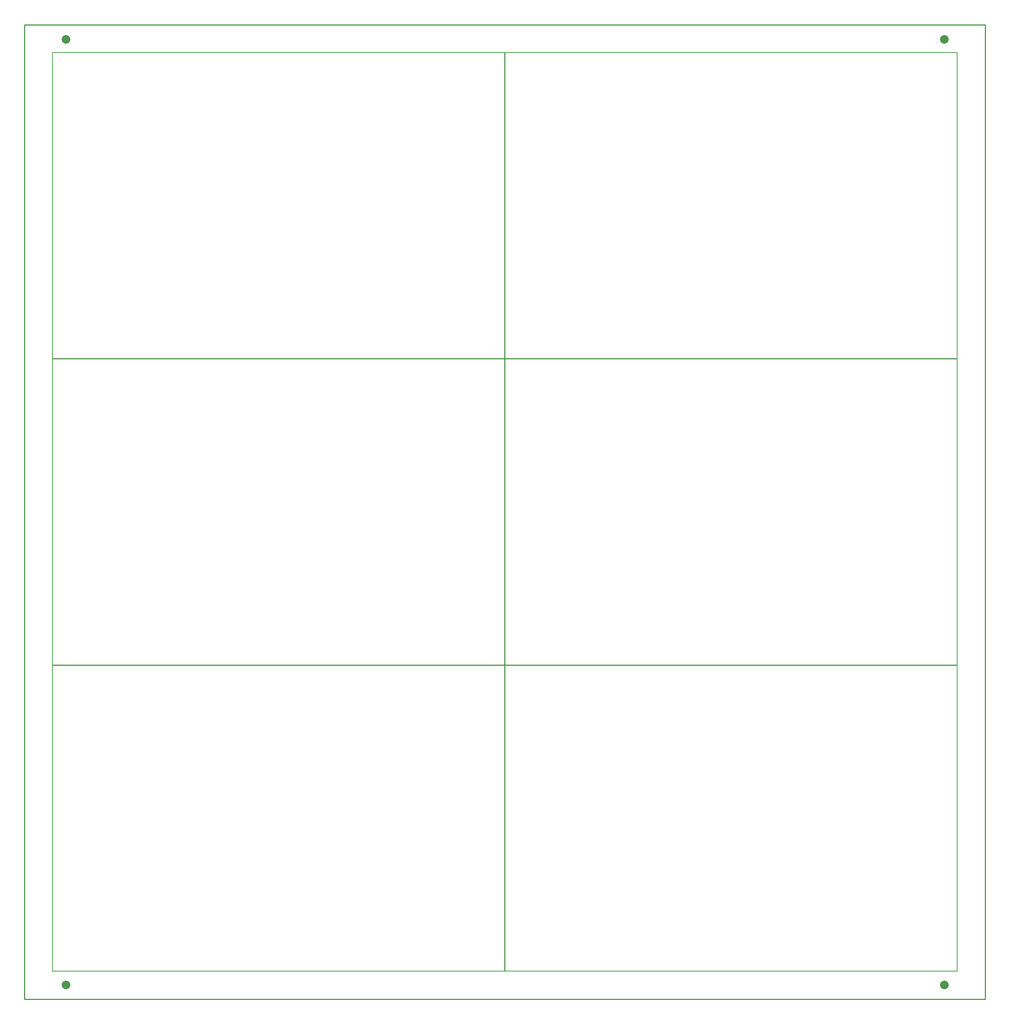
<source format=gbr>
*
%FSLAX24Y24*%
%MOIN*%
G04 A1 - i274x.roundedrectd11.d11 *
%AMA1outline*
1,1,0.000000,0.000000,-0.039350*
1,1,0.000000,0.000000,0.039350*
20,1,0.000000,0.000000,-0.039350,0.000000,0.039350,0.0*
1,1,0.000000,0.039350,0.000000*
1,1,0.000000,-0.039350,0.000000*
20,1,0.000000,0.039350,0.000000,-0.039350,0.000000,0.0*
1,1,0.078700,0.000000,0.000000*
1,1,0.078700,0.000000,0.000000*
1,1,0.078700,0.000000,0.000000*
1,1,0.078700,0.000000,0.000000*
%
%ADD10C,0.010000*%
%ADD11C,0.008000*%
%ADD12A1outline*%
%IPPOS*%
%LNoutline.gbr*%
%LPD*%
G75*
G54D10*
X009272Y009272D02*
X097106D01*
Y098287D01*
X009272D02*
X097106D01*
X009272Y009272D02*
Y098287D01*
G54D11*
X011811Y039764D02*
X053150D01*
X011811Y011811D02*
X053150D01*
X011811D02*
Y039764D01*
X053150Y011811D02*
Y039764D01*
X053189D02*
X094528D01*
X053189Y011811D02*
X094528D01*
X053189D02*
Y039764D01*
X094528Y011811D02*
Y039764D01*
X011811Y067756D02*
X053150D01*
X011811Y039803D02*
X053150D01*
X011811D02*
Y067756D01*
X053150Y039803D02*
Y067756D01*
X053189D02*
X094528D01*
X053189Y039803D02*
X094528D01*
X053189D02*
Y067756D01*
X094528Y039803D02*
Y067756D01*
X011811Y095748D02*
X053150D01*
X011811Y067795D02*
X053150D01*
X011811D02*
Y095748D01*
X053150Y067795D02*
Y095748D01*
X053189D02*
X094528D01*
X053189Y067795D02*
X094528D01*
X053189D02*
Y095748D01*
X094528Y067795D02*
Y095748D01*
G54D12*
X013061Y096959D03*
X093356D03*
Y010561D03*
X013061D03*
M02*

</source>
